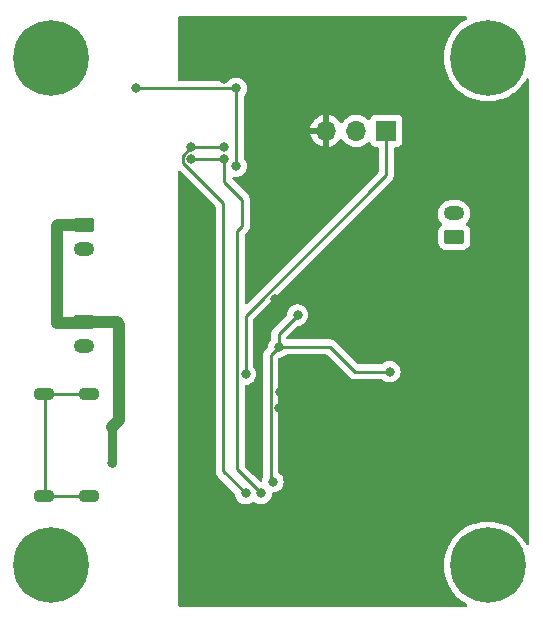
<source format=gbr>
%TF.GenerationSoftware,KiCad,Pcbnew,(6.0.4-0)*%
%TF.CreationDate,2023-08-08T15:54:36-06:00*%
%TF.ProjectId,TPS61165-heater-v8,54505336-3131-4363-952d-686561746572,rev?*%
%TF.SameCoordinates,Original*%
%TF.FileFunction,Copper,L2,Bot*%
%TF.FilePolarity,Positive*%
%FSLAX46Y46*%
G04 Gerber Fmt 4.6, Leading zero omitted, Abs format (unit mm)*
G04 Created by KiCad (PCBNEW (6.0.4-0)) date 2023-08-08 15:54:36*
%MOMM*%
%LPD*%
G01*
G04 APERTURE LIST*
G04 Aperture macros list*
%AMRoundRect*
0 Rectangle with rounded corners*
0 $1 Rounding radius*
0 $2 $3 $4 $5 $6 $7 $8 $9 X,Y pos of 4 corners*
0 Add a 4 corners polygon primitive as box body*
4,1,4,$2,$3,$4,$5,$6,$7,$8,$9,$2,$3,0*
0 Add four circle primitives for the rounded corners*
1,1,$1+$1,$2,$3*
1,1,$1+$1,$4,$5*
1,1,$1+$1,$6,$7*
1,1,$1+$1,$8,$9*
0 Add four rect primitives between the rounded corners*
20,1,$1+$1,$2,$3,$4,$5,0*
20,1,$1+$1,$4,$5,$6,$7,0*
20,1,$1+$1,$6,$7,$8,$9,0*
20,1,$1+$1,$8,$9,$2,$3,0*%
G04 Aperture macros list end*
%TA.AperFunction,ComponentPad*%
%ADD10RoundRect,0.250000X-0.625000X0.350000X-0.625000X-0.350000X0.625000X-0.350000X0.625000X0.350000X0*%
%TD*%
%TA.AperFunction,ComponentPad*%
%ADD11O,1.750000X1.200000*%
%TD*%
%TA.AperFunction,ComponentPad*%
%ADD12RoundRect,0.250000X0.625000X-0.350000X0.625000X0.350000X-0.625000X0.350000X-0.625000X-0.350000X0*%
%TD*%
%TA.AperFunction,ComponentPad*%
%ADD13O,1.800000X1.100000*%
%TD*%
%TA.AperFunction,ComponentPad*%
%ADD14R,1.700000X1.700000*%
%TD*%
%TA.AperFunction,ComponentPad*%
%ADD15O,1.700000X1.700000*%
%TD*%
%TA.AperFunction,ConnectorPad*%
%ADD16C,6.400000*%
%TD*%
%TA.AperFunction,ComponentPad*%
%ADD17C,3.600000*%
%TD*%
%TA.AperFunction,ViaPad*%
%ADD18C,0.800000*%
%TD*%
%TA.AperFunction,Conductor*%
%ADD19C,0.250000*%
%TD*%
%TA.AperFunction,Conductor*%
%ADD20C,1.000000*%
%TD*%
%TA.AperFunction,Conductor*%
%ADD21C,0.800000*%
%TD*%
G04 APERTURE END LIST*
D10*
%TO.P,J2,1,+*%
%TO.N,Net-(FL1-Pad2)*%
X121800000Y-73400000D03*
D11*
%TO.P,J2,2,-*%
%TO.N,Net-(FL1-Pad1)*%
X121800000Y-75400000D03*
%TD*%
D12*
%TO.P,J5,1,+*%
%TO.N,Net-(J5-Pad1)*%
X153150000Y-66200000D03*
D11*
%TO.P,J5,2,-*%
%TO.N,Net-(D3-Pad2)*%
X153150000Y-64200000D03*
%TD*%
D13*
%TO.P,J1,0,SHIELD*%
%TO.N,unconnected-(J1-Pad0)*%
X122214000Y-88120000D03*
X118414000Y-88120000D03*
X122214000Y-79480000D03*
X118414000Y-79480000D03*
%TD*%
D14*
%TO.P,J4,1,Pin_1*%
%TO.N,Net-(J4-Pad1)*%
X147400000Y-57200000D03*
D15*
%TO.P,J4,2,Pin_2*%
%TO.N,Net-(J4-Pad2)*%
X144860000Y-57200000D03*
%TO.P,J4,3,Pin_3*%
%TO.N,GND*%
X142320000Y-57200000D03*
%TD*%
D10*
%TO.P,J3,1,+*%
%TO.N,Net-(FL1-Pad2)*%
X121800000Y-65200000D03*
D11*
%TO.P,J3,2,-*%
%TO.N,Net-(FL1-Pad1)*%
X121800000Y-67200000D03*
%TD*%
D16*
%TO.P,H4,1*%
%TO.N,N/C*%
X119000000Y-94000000D03*
D17*
X119000000Y-94000000D03*
%TD*%
%TO.P,H3,1*%
%TO.N,N/C*%
X156000000Y-94000000D03*
D16*
X156000000Y-94000000D03*
%TD*%
D17*
%TO.P,H2,1*%
%TO.N,N/C*%
X156000000Y-51000000D03*
D16*
X156000000Y-51000000D03*
%TD*%
D17*
%TO.P,H1,1*%
%TO.N,N/C*%
X119000000Y-51000000D03*
D16*
X119000000Y-51000000D03*
%TD*%
D18*
%TO.N,/fram/Vcc*%
X137800000Y-86900000D03*
%TO.N,Net-(FL1-Pad2)*%
X124200000Y-82300000D03*
X124180000Y-85320000D03*
%TO.N,/sda*%
X136800000Y-87900000D03*
%TO.N,/scl*%
X135500000Y-87900000D03*
%TO.N,GND*%
X147900000Y-83800000D03*
X152700000Y-83600000D03*
X148300000Y-87900000D03*
X147900000Y-83000000D03*
X149500000Y-88800000D03*
X147900000Y-82200000D03*
X147900000Y-84600000D03*
X141700000Y-79300000D03*
X138300000Y-67025000D03*
X138400000Y-79300000D03*
X141700000Y-78000000D03*
X133700000Y-52800000D03*
X138350000Y-80650000D03*
X138000000Y-71400000D03*
X141700000Y-71500000D03*
%TO.N,Net-(J4-Pad1)*%
X135500000Y-77800000D03*
%TO.N,/fram/Vcc*%
X147700000Y-77600000D03*
X139900000Y-72800000D03*
X134700000Y-60200000D03*
X134700000Y-53600000D03*
X126200000Y-53600000D03*
X138300000Y-75500000D03*
%TO.N,/scl*%
X130900000Y-58600000D03*
X133700000Y-58600000D03*
%TO.N,/sda*%
X133700000Y-59600000D03*
X130900000Y-59600000D03*
%TD*%
D19*
%TO.N,/fram/Vcc*%
X137625489Y-76174511D02*
X138300000Y-75500000D01*
X137625489Y-86725489D02*
X137625489Y-76174511D01*
X137800000Y-86900000D02*
X137625489Y-86725489D01*
%TO.N,/scl*%
X133600000Y-86000000D02*
X135500000Y-87900000D01*
D20*
%TO.N,Net-(FL1-Pad2)*%
X121800000Y-73400000D02*
X124600000Y-73400000D01*
X121800000Y-65200000D02*
X119600000Y-65200000D01*
X119500000Y-73500000D02*
X121700000Y-73500000D01*
X124800000Y-73600000D02*
X124800000Y-81700000D01*
X124600000Y-73400000D02*
X124800000Y-73600000D01*
X119500000Y-65300000D02*
X119500000Y-73500000D01*
X124800000Y-81700000D02*
X124200000Y-82300000D01*
X119600000Y-65200000D02*
X119500000Y-65300000D01*
D21*
X124200000Y-85300000D02*
X124180000Y-85320000D01*
X124200000Y-82300000D02*
X124200000Y-85300000D01*
D19*
%TO.N,/scl*%
X133600000Y-86000000D02*
X133600000Y-63300000D01*
X133600000Y-63300000D02*
X133575386Y-63300000D01*
X130175489Y-59299897D02*
X130875386Y-58600000D01*
X133575386Y-63300000D02*
X130175489Y-59900103D01*
X130175489Y-59900103D02*
X130175489Y-59299897D01*
%TO.N,/sda*%
X135225009Y-63025009D02*
X133700000Y-61500000D01*
X133700000Y-61500000D02*
X133700000Y-59600000D01*
X134775489Y-65711207D02*
X135225009Y-65261687D01*
X135225009Y-65261687D02*
X135225009Y-63025009D01*
X134775489Y-85875489D02*
X134775489Y-65711207D01*
X136800000Y-87900000D02*
X134775489Y-85875489D01*
%TO.N,/scl*%
X130875386Y-58600000D02*
X130900000Y-58600000D01*
%TO.N,unconnected-(J1-Pad0)*%
X122325000Y-88120000D02*
X118525000Y-88120000D01*
X122325000Y-79480000D02*
X118525000Y-79480000D01*
X118525000Y-88120000D02*
X118525000Y-79480000D01*
%TO.N,Net-(J4-Pad1)*%
X147400000Y-60975386D02*
X147400000Y-57200000D01*
X135500000Y-72875386D02*
X147400000Y-60975386D01*
X135500000Y-77800000D02*
X135500000Y-72875386D01*
%TO.N,/fram/Vcc*%
X142626998Y-75500000D02*
X138300000Y-75500000D01*
X144726998Y-77600000D02*
X142626998Y-75500000D01*
X134700000Y-60200000D02*
X134700000Y-53600000D01*
X147700000Y-77600000D02*
X144726998Y-77600000D01*
X138300000Y-75500000D02*
X138300000Y-74400000D01*
X138300000Y-74400000D02*
X139900000Y-72800000D01*
X134700000Y-53600000D02*
X126200000Y-53600000D01*
%TO.N,/scl*%
X130900000Y-58600000D02*
X133700000Y-58600000D01*
%TO.N,/sda*%
X130900000Y-59600000D02*
X133700000Y-59600000D01*
%TD*%
%TA.AperFunction,Conductor*%
%TO.N,GND*%
G36*
X154227076Y-47528502D02*
G01*
X154273569Y-47582158D01*
X154283673Y-47652432D01*
X154254179Y-47717012D01*
X154216158Y-47746767D01*
X154146147Y-47782439D01*
X154146140Y-47782443D01*
X154143206Y-47783938D01*
X153817207Y-47995643D01*
X153515124Y-48240266D01*
X153240266Y-48515124D01*
X152995643Y-48817207D01*
X152783938Y-49143206D01*
X152782443Y-49146140D01*
X152782439Y-49146147D01*
X152712366Y-49283673D01*
X152607468Y-49489547D01*
X152468167Y-49852438D01*
X152367562Y-50227901D01*
X152306754Y-50611824D01*
X152286411Y-51000000D01*
X152306754Y-51388176D01*
X152367562Y-51772099D01*
X152468167Y-52147562D01*
X152607468Y-52510453D01*
X152608966Y-52513393D01*
X152759526Y-52808882D01*
X152783938Y-52856794D01*
X152785734Y-52859560D01*
X152785736Y-52859563D01*
X152993848Y-53180029D01*
X152995643Y-53182793D01*
X152997718Y-53185355D01*
X153179691Y-53410072D01*
X153240266Y-53484876D01*
X153515124Y-53759734D01*
X153517682Y-53761806D01*
X153517686Y-53761809D01*
X153552410Y-53789928D01*
X153817207Y-54004357D01*
X153819970Y-54006152D01*
X153819971Y-54006152D01*
X154108763Y-54193695D01*
X154143205Y-54216062D01*
X154146139Y-54217557D01*
X154146146Y-54217561D01*
X154312896Y-54302524D01*
X154489547Y-54392532D01*
X154852438Y-54531833D01*
X155227901Y-54632438D01*
X155431793Y-54664732D01*
X155608576Y-54692732D01*
X155608584Y-54692733D01*
X155611824Y-54693246D01*
X156000000Y-54713589D01*
X156388176Y-54693246D01*
X156391416Y-54692733D01*
X156391424Y-54692732D01*
X156568207Y-54664732D01*
X156772099Y-54632438D01*
X157147562Y-54531833D01*
X157510453Y-54392532D01*
X157687104Y-54302524D01*
X157853854Y-54217561D01*
X157853861Y-54217557D01*
X157856795Y-54216062D01*
X157891238Y-54193695D01*
X158180029Y-54006152D01*
X158180030Y-54006152D01*
X158182793Y-54004357D01*
X158447590Y-53789928D01*
X158482314Y-53761809D01*
X158482318Y-53761806D01*
X158484876Y-53759734D01*
X158759734Y-53484876D01*
X158820310Y-53410072D01*
X159002282Y-53185355D01*
X159004357Y-53182793D01*
X159006152Y-53180029D01*
X159214264Y-52859563D01*
X159214266Y-52859560D01*
X159216062Y-52856794D01*
X159240475Y-52808882D01*
X159253233Y-52783842D01*
X159301981Y-52732227D01*
X159370896Y-52715161D01*
X159438098Y-52738062D01*
X159482250Y-52793659D01*
X159491500Y-52841045D01*
X159491500Y-92158955D01*
X159471498Y-92227076D01*
X159417842Y-92273569D01*
X159347568Y-92283673D01*
X159282988Y-92254179D01*
X159253233Y-92216158D01*
X159217561Y-92146147D01*
X159217557Y-92146140D01*
X159216062Y-92143206D01*
X159004357Y-91817207D01*
X158759734Y-91515124D01*
X158484876Y-91240266D01*
X158182793Y-90995643D01*
X157856795Y-90783938D01*
X157853861Y-90782443D01*
X157853854Y-90782439D01*
X157513393Y-90608966D01*
X157510453Y-90607468D01*
X157147562Y-90468167D01*
X156772099Y-90367562D01*
X156568207Y-90335268D01*
X156391424Y-90307268D01*
X156391416Y-90307267D01*
X156388176Y-90306754D01*
X156000000Y-90286411D01*
X155611824Y-90306754D01*
X155608584Y-90307267D01*
X155608576Y-90307268D01*
X155431793Y-90335268D01*
X155227901Y-90367562D01*
X154852438Y-90468167D01*
X154489547Y-90607468D01*
X154486607Y-90608966D01*
X154146147Y-90782439D01*
X154146140Y-90782443D01*
X154143206Y-90783938D01*
X153817207Y-90995643D01*
X153515124Y-91240266D01*
X153240266Y-91515124D01*
X152995643Y-91817207D01*
X152783938Y-92143206D01*
X152782443Y-92146140D01*
X152782439Y-92146147D01*
X152712366Y-92283673D01*
X152607468Y-92489547D01*
X152468167Y-92852438D01*
X152367562Y-93227901D01*
X152306754Y-93611824D01*
X152286411Y-94000000D01*
X152306754Y-94388176D01*
X152367562Y-94772099D01*
X152468167Y-95147562D01*
X152607468Y-95510453D01*
X152608966Y-95513393D01*
X152720468Y-95732227D01*
X152783938Y-95856794D01*
X152995643Y-96182793D01*
X153240266Y-96484876D01*
X153515124Y-96759734D01*
X153817207Y-97004357D01*
X154143205Y-97216062D01*
X154146139Y-97217557D01*
X154146146Y-97217561D01*
X154216157Y-97253233D01*
X154267772Y-97301981D01*
X154284838Y-97370896D01*
X154261937Y-97438098D01*
X154206340Y-97482250D01*
X154158954Y-97491500D01*
X129905712Y-97491500D01*
X129837591Y-97471498D01*
X129791098Y-97417842D01*
X129779712Y-97365470D01*
X129779717Y-97347568D01*
X129785858Y-71766302D01*
X129788512Y-60713190D01*
X129808530Y-60645074D01*
X129862197Y-60598594D01*
X129932474Y-60588507D01*
X129997047Y-60618015D01*
X130003607Y-60624125D01*
X132929595Y-63550113D01*
X132963621Y-63612425D01*
X132966500Y-63639208D01*
X132966500Y-85921233D01*
X132965973Y-85932416D01*
X132964298Y-85939909D01*
X132964547Y-85947835D01*
X132964547Y-85947836D01*
X132966438Y-86007986D01*
X132966500Y-86011945D01*
X132966500Y-86039856D01*
X132966997Y-86043790D01*
X132966997Y-86043791D01*
X132967005Y-86043856D01*
X132967938Y-86055693D01*
X132969327Y-86099889D01*
X132972412Y-86110507D01*
X132974978Y-86119339D01*
X132978987Y-86138700D01*
X132981526Y-86158797D01*
X132984445Y-86166168D01*
X132984445Y-86166170D01*
X132997804Y-86199912D01*
X133001649Y-86211142D01*
X133013982Y-86253593D01*
X133018015Y-86260412D01*
X133018017Y-86260417D01*
X133024293Y-86271028D01*
X133032988Y-86288776D01*
X133040448Y-86307617D01*
X133045110Y-86314033D01*
X133045110Y-86314034D01*
X133066436Y-86343387D01*
X133072952Y-86353307D01*
X133078718Y-86363056D01*
X133095458Y-86391362D01*
X133109779Y-86405683D01*
X133122619Y-86420716D01*
X133134528Y-86437107D01*
X133140634Y-86442158D01*
X133168605Y-86465298D01*
X133177384Y-86473288D01*
X134552878Y-87848783D01*
X134586904Y-87911095D01*
X134589093Y-87924706D01*
X134606458Y-88089928D01*
X134665473Y-88271556D01*
X134760960Y-88436944D01*
X134888747Y-88578866D01*
X135043248Y-88691118D01*
X135049276Y-88693802D01*
X135049278Y-88693803D01*
X135211681Y-88766109D01*
X135217712Y-88768794D01*
X135311112Y-88788647D01*
X135398056Y-88807128D01*
X135398061Y-88807128D01*
X135404513Y-88808500D01*
X135595487Y-88808500D01*
X135601939Y-88807128D01*
X135601944Y-88807128D01*
X135688887Y-88788647D01*
X135782288Y-88768794D01*
X135788319Y-88766109D01*
X135950722Y-88693803D01*
X135950724Y-88693802D01*
X135956752Y-88691118D01*
X136075940Y-88604523D01*
X136142806Y-88580665D01*
X136211958Y-88596745D01*
X136224058Y-88604521D01*
X136343248Y-88691118D01*
X136349276Y-88693802D01*
X136349278Y-88693803D01*
X136511681Y-88766109D01*
X136517712Y-88768794D01*
X136611112Y-88788647D01*
X136698056Y-88807128D01*
X136698061Y-88807128D01*
X136704513Y-88808500D01*
X136895487Y-88808500D01*
X136901939Y-88807128D01*
X136901944Y-88807128D01*
X136988887Y-88788647D01*
X137082288Y-88768794D01*
X137088319Y-88766109D01*
X137250722Y-88693803D01*
X137250724Y-88693802D01*
X137256752Y-88691118D01*
X137411253Y-88578866D01*
X137539040Y-88436944D01*
X137634527Y-88271556D01*
X137693542Y-88089928D01*
X137711262Y-87921329D01*
X137738275Y-87855673D01*
X137796497Y-87815043D01*
X137836572Y-87808500D01*
X137895487Y-87808500D01*
X137901939Y-87807128D01*
X137901944Y-87807128D01*
X137988888Y-87788647D01*
X138082288Y-87768794D01*
X138088319Y-87766109D01*
X138250722Y-87693803D01*
X138250724Y-87693802D01*
X138256752Y-87691118D01*
X138411253Y-87578866D01*
X138539040Y-87436944D01*
X138634527Y-87271556D01*
X138693542Y-87089928D01*
X138713504Y-86900000D01*
X138693542Y-86710072D01*
X138634527Y-86528444D01*
X138539040Y-86363056D01*
X138525657Y-86348192D01*
X138415675Y-86226045D01*
X138415674Y-86226044D01*
X138411253Y-86221134D01*
X138310928Y-86148243D01*
X138267574Y-86092020D01*
X138258989Y-86046307D01*
X138258989Y-76534500D01*
X138278991Y-76466379D01*
X138332647Y-76419886D01*
X138384989Y-76408500D01*
X138395487Y-76408500D01*
X138401939Y-76407128D01*
X138401944Y-76407128D01*
X138488887Y-76388647D01*
X138582288Y-76368794D01*
X138588319Y-76366109D01*
X138750722Y-76293803D01*
X138750724Y-76293802D01*
X138756752Y-76291118D01*
X138911253Y-76178866D01*
X138915668Y-76173963D01*
X138920580Y-76169540D01*
X138921705Y-76170789D01*
X138975014Y-76137949D01*
X139008200Y-76133500D01*
X142312404Y-76133500D01*
X142380525Y-76153502D01*
X142401499Y-76170405D01*
X144223341Y-77992247D01*
X144230885Y-78000537D01*
X144234998Y-78007018D01*
X144240775Y-78012443D01*
X144284665Y-78053658D01*
X144287507Y-78056413D01*
X144307228Y-78076134D01*
X144310423Y-78078612D01*
X144319445Y-78086318D01*
X144351677Y-78116586D01*
X144358626Y-78120406D01*
X144369430Y-78126346D01*
X144385954Y-78137199D01*
X144401957Y-78149613D01*
X144442541Y-78167176D01*
X144453171Y-78172383D01*
X144491938Y-78193695D01*
X144499615Y-78195666D01*
X144499620Y-78195668D01*
X144511556Y-78198732D01*
X144530264Y-78205137D01*
X144548853Y-78213181D01*
X144556678Y-78214420D01*
X144556680Y-78214421D01*
X144592517Y-78220097D01*
X144604138Y-78222504D01*
X144639287Y-78231528D01*
X144646968Y-78233500D01*
X144667229Y-78233500D01*
X144686938Y-78235051D01*
X144706941Y-78238219D01*
X144714833Y-78237473D01*
X144720060Y-78236979D01*
X144750952Y-78234059D01*
X144762809Y-78233500D01*
X146991800Y-78233500D01*
X147059921Y-78253502D01*
X147079147Y-78269843D01*
X147079420Y-78269540D01*
X147084332Y-78273963D01*
X147088747Y-78278866D01*
X147243248Y-78391118D01*
X147249276Y-78393802D01*
X147249278Y-78393803D01*
X147411681Y-78466109D01*
X147417712Y-78468794D01*
X147483365Y-78482749D01*
X147598056Y-78507128D01*
X147598061Y-78507128D01*
X147604513Y-78508500D01*
X147795487Y-78508500D01*
X147801939Y-78507128D01*
X147801944Y-78507128D01*
X147916635Y-78482749D01*
X147982288Y-78468794D01*
X147988319Y-78466109D01*
X148150722Y-78393803D01*
X148150724Y-78393802D01*
X148156752Y-78391118D01*
X148311253Y-78278866D01*
X148347852Y-78238219D01*
X148434621Y-78141852D01*
X148434622Y-78141851D01*
X148439040Y-78136944D01*
X148514053Y-78007018D01*
X148531223Y-77977279D01*
X148531224Y-77977278D01*
X148534527Y-77971556D01*
X148593542Y-77789928D01*
X148613504Y-77600000D01*
X148595473Y-77428444D01*
X148594232Y-77416635D01*
X148594232Y-77416633D01*
X148593542Y-77410072D01*
X148534527Y-77228444D01*
X148439040Y-77063056D01*
X148311253Y-76921134D01*
X148156752Y-76808882D01*
X148150724Y-76806198D01*
X148150722Y-76806197D01*
X147988319Y-76733891D01*
X147988318Y-76733891D01*
X147982288Y-76731206D01*
X147888887Y-76711353D01*
X147801944Y-76692872D01*
X147801939Y-76692872D01*
X147795487Y-76691500D01*
X147604513Y-76691500D01*
X147598061Y-76692872D01*
X147598056Y-76692872D01*
X147511113Y-76711353D01*
X147417712Y-76731206D01*
X147411682Y-76733891D01*
X147411681Y-76733891D01*
X147249278Y-76806197D01*
X147249276Y-76806198D01*
X147243248Y-76808882D01*
X147088747Y-76921134D01*
X147084332Y-76926037D01*
X147079420Y-76930460D01*
X147078295Y-76929211D01*
X147024986Y-76962051D01*
X146991800Y-76966500D01*
X145041593Y-76966500D01*
X144973472Y-76946498D01*
X144952498Y-76929595D01*
X143130650Y-75107747D01*
X143123110Y-75099461D01*
X143118998Y-75092982D01*
X143069346Y-75046356D01*
X143066505Y-75043602D01*
X143046768Y-75023865D01*
X143043571Y-75021385D01*
X143034549Y-75013680D01*
X143008098Y-74988841D01*
X143002319Y-74983414D01*
X142995373Y-74979595D01*
X142995370Y-74979593D01*
X142984564Y-74973652D01*
X142968045Y-74962801D01*
X142967581Y-74962441D01*
X142952039Y-74950386D01*
X142944770Y-74947241D01*
X142944766Y-74947238D01*
X142911461Y-74932826D01*
X142900811Y-74927609D01*
X142862058Y-74906305D01*
X142842435Y-74901267D01*
X142823732Y-74894863D01*
X142812418Y-74889967D01*
X142812417Y-74889967D01*
X142805143Y-74886819D01*
X142797320Y-74885580D01*
X142797310Y-74885577D01*
X142761474Y-74879901D01*
X142749854Y-74877495D01*
X142714709Y-74868472D01*
X142714708Y-74868472D01*
X142707028Y-74866500D01*
X142686774Y-74866500D01*
X142667063Y-74864949D01*
X142654884Y-74863020D01*
X142647055Y-74861780D01*
X142639163Y-74862526D01*
X142603037Y-74865941D01*
X142591179Y-74866500D01*
X139059500Y-74866500D01*
X138991379Y-74846498D01*
X138944886Y-74792842D01*
X138933500Y-74740500D01*
X138933500Y-74714594D01*
X138953502Y-74646473D01*
X138970405Y-74625499D01*
X139850499Y-73745405D01*
X139912811Y-73711379D01*
X139939594Y-73708500D01*
X139995487Y-73708500D01*
X140001939Y-73707128D01*
X140001944Y-73707128D01*
X140088888Y-73688647D01*
X140182288Y-73668794D01*
X140188319Y-73666109D01*
X140350722Y-73593803D01*
X140350724Y-73593802D01*
X140356752Y-73591118D01*
X140511253Y-73478866D01*
X140639040Y-73336944D01*
X140734527Y-73171556D01*
X140793542Y-72989928D01*
X140813504Y-72800000D01*
X140793542Y-72610072D01*
X140734527Y-72428444D01*
X140639040Y-72263056D01*
X140511253Y-72121134D01*
X140356752Y-72008882D01*
X140350724Y-72006198D01*
X140350722Y-72006197D01*
X140188319Y-71933891D01*
X140188318Y-71933891D01*
X140182288Y-71931206D01*
X140088887Y-71911353D01*
X140001944Y-71892872D01*
X140001939Y-71892872D01*
X139995487Y-71891500D01*
X139804513Y-71891500D01*
X139798061Y-71892872D01*
X139798056Y-71892872D01*
X139711113Y-71911353D01*
X139617712Y-71931206D01*
X139611682Y-71933891D01*
X139611681Y-71933891D01*
X139449278Y-72006197D01*
X139449276Y-72006198D01*
X139443248Y-72008882D01*
X139288747Y-72121134D01*
X139160960Y-72263056D01*
X139065473Y-72428444D01*
X139006458Y-72610072D01*
X139005768Y-72616633D01*
X139005768Y-72616635D01*
X138989093Y-72775293D01*
X138962080Y-72840950D01*
X138952878Y-72851218D01*
X137907747Y-73896348D01*
X137899461Y-73903888D01*
X137892982Y-73908000D01*
X137887557Y-73913777D01*
X137846357Y-73957651D01*
X137843602Y-73960493D01*
X137823865Y-73980230D01*
X137821385Y-73983427D01*
X137813682Y-73992447D01*
X137783414Y-74024679D01*
X137779595Y-74031625D01*
X137779593Y-74031628D01*
X137773652Y-74042434D01*
X137762801Y-74058953D01*
X137750386Y-74074959D01*
X137747241Y-74082228D01*
X137747238Y-74082232D01*
X137732826Y-74115537D01*
X137727609Y-74126187D01*
X137706305Y-74164940D01*
X137704334Y-74172615D01*
X137704334Y-74172616D01*
X137701267Y-74184562D01*
X137694863Y-74203266D01*
X137686819Y-74221855D01*
X137685580Y-74229678D01*
X137685577Y-74229688D01*
X137679901Y-74265524D01*
X137677495Y-74277144D01*
X137666500Y-74319970D01*
X137666500Y-74340224D01*
X137664949Y-74359934D01*
X137661780Y-74379943D01*
X137662526Y-74387835D01*
X137665941Y-74423961D01*
X137666500Y-74435819D01*
X137666500Y-74797476D01*
X137646498Y-74865597D01*
X137634142Y-74881779D01*
X137560960Y-74963056D01*
X137465473Y-75128444D01*
X137406458Y-75310072D01*
X137405768Y-75316633D01*
X137405768Y-75316635D01*
X137389093Y-75475292D01*
X137362080Y-75540949D01*
X137352878Y-75551217D01*
X137233236Y-75670859D01*
X137224950Y-75678399D01*
X137218471Y-75682511D01*
X137213046Y-75688288D01*
X137171846Y-75732162D01*
X137169091Y-75735004D01*
X137149354Y-75754741D01*
X137146874Y-75757938D01*
X137139171Y-75766958D01*
X137108903Y-75799190D01*
X137105084Y-75806136D01*
X137105082Y-75806139D01*
X137099141Y-75816945D01*
X137088290Y-75833464D01*
X137075875Y-75849470D01*
X137072730Y-75856739D01*
X137072727Y-75856743D01*
X137058315Y-75890048D01*
X137053098Y-75900698D01*
X137031794Y-75939451D01*
X137029823Y-75947126D01*
X137029823Y-75947127D01*
X137026756Y-75959073D01*
X137020352Y-75977777D01*
X137012308Y-75996366D01*
X137011069Y-76004189D01*
X137011066Y-76004199D01*
X137005390Y-76040035D01*
X137002984Y-76051655D01*
X136991989Y-76094481D01*
X136991989Y-76114735D01*
X136990438Y-76134445D01*
X136987269Y-76154454D01*
X136988015Y-76162346D01*
X136991430Y-76198472D01*
X136991989Y-76210330D01*
X136991989Y-86448756D01*
X136975109Y-86511755D01*
X136965473Y-86528444D01*
X136906458Y-86710072D01*
X136905768Y-86716633D01*
X136905768Y-86716635D01*
X136895982Y-86809748D01*
X136868969Y-86875405D01*
X136810748Y-86916035D01*
X136739802Y-86918738D01*
X136681577Y-86885673D01*
X136096151Y-86300246D01*
X135445894Y-85649989D01*
X135411868Y-85587677D01*
X135408989Y-85560894D01*
X135408989Y-78834500D01*
X135428991Y-78766379D01*
X135482647Y-78719886D01*
X135534989Y-78708500D01*
X135595487Y-78708500D01*
X135601939Y-78707128D01*
X135601944Y-78707128D01*
X135688888Y-78688647D01*
X135782288Y-78668794D01*
X135788319Y-78666109D01*
X135950722Y-78593803D01*
X135950724Y-78593802D01*
X135956752Y-78591118D01*
X136111253Y-78478866D01*
X136120322Y-78468794D01*
X136234621Y-78341852D01*
X136234622Y-78341851D01*
X136239040Y-78336944D01*
X136334527Y-78171556D01*
X136393542Y-77989928D01*
X136394872Y-77977279D01*
X136412814Y-77806565D01*
X136413504Y-77800000D01*
X136393542Y-77610072D01*
X136334527Y-77428444D01*
X136239040Y-77263056D01*
X136165863Y-77181785D01*
X136135147Y-77117779D01*
X136133500Y-77097476D01*
X136133500Y-73189980D01*
X136153502Y-73121859D01*
X136170405Y-73100885D01*
X145125686Y-64145604D01*
X151762787Y-64145604D01*
X151772567Y-64356899D01*
X151822125Y-64562534D01*
X151824607Y-64567992D01*
X151824608Y-64567996D01*
X151868053Y-64663546D01*
X151909674Y-64755087D01*
X152032054Y-64927611D01*
X152036381Y-64931753D01*
X152036386Y-64931759D01*
X152127317Y-65018806D01*
X152162694Y-65080361D01*
X152159175Y-65151270D01*
X152117879Y-65209021D01*
X152106496Y-65216965D01*
X152050652Y-65251522D01*
X151925695Y-65376697D01*
X151921855Y-65382927D01*
X151921854Y-65382928D01*
X151863788Y-65477129D01*
X151832885Y-65527262D01*
X151813161Y-65586728D01*
X151780812Y-65684259D01*
X151777203Y-65695139D01*
X151766500Y-65799600D01*
X151766500Y-66600400D01*
X151777474Y-66706166D01*
X151833450Y-66873946D01*
X151926522Y-67024348D01*
X152051697Y-67149305D01*
X152057927Y-67153145D01*
X152057928Y-67153146D01*
X152195090Y-67237694D01*
X152202262Y-67242115D01*
X152282005Y-67268564D01*
X152363611Y-67295632D01*
X152363613Y-67295632D01*
X152370139Y-67297797D01*
X152376975Y-67298497D01*
X152376978Y-67298498D01*
X152420031Y-67302909D01*
X152474600Y-67308500D01*
X153825400Y-67308500D01*
X153828646Y-67308163D01*
X153828650Y-67308163D01*
X153924308Y-67298238D01*
X153924312Y-67298237D01*
X153931166Y-67297526D01*
X153937702Y-67295345D01*
X153937704Y-67295345D01*
X154069806Y-67251272D01*
X154098946Y-67241550D01*
X154249348Y-67148478D01*
X154374305Y-67023303D01*
X154467115Y-66872738D01*
X154522797Y-66704861D01*
X154533500Y-66600400D01*
X154533500Y-65799600D01*
X154529946Y-65765344D01*
X154523238Y-65700692D01*
X154523237Y-65700688D01*
X154522526Y-65693834D01*
X154515767Y-65673573D01*
X154468868Y-65533002D01*
X154466550Y-65526054D01*
X154373478Y-65375652D01*
X154248303Y-65250695D01*
X154227264Y-65237726D01*
X154196764Y-65218926D01*
X154149271Y-65166154D01*
X154137847Y-65096082D01*
X154166121Y-65030958D01*
X154185045Y-65012582D01*
X154192920Y-65006396D01*
X154196852Y-65001865D01*
X154196855Y-65001862D01*
X154327621Y-64851167D01*
X154331552Y-64846637D01*
X154334552Y-64841451D01*
X154334555Y-64841447D01*
X154434467Y-64668742D01*
X154437473Y-64663546D01*
X154506861Y-64463729D01*
X154537213Y-64254396D01*
X154527433Y-64043101D01*
X154477875Y-63837466D01*
X154434525Y-63742122D01*
X154392806Y-63650368D01*
X154390326Y-63644913D01*
X154267946Y-63472389D01*
X154115150Y-63326119D01*
X153937452Y-63211380D01*
X153851154Y-63176601D01*
X153746832Y-63134558D01*
X153746829Y-63134557D01*
X153741263Y-63132314D01*
X153533663Y-63091772D01*
X153528101Y-63091500D01*
X152822154Y-63091500D01*
X152664434Y-63106548D01*
X152461466Y-63166092D01*
X152456139Y-63168836D01*
X152456138Y-63168836D01*
X152278751Y-63260196D01*
X152278748Y-63260198D01*
X152273420Y-63262942D01*
X152107080Y-63393604D01*
X152103148Y-63398135D01*
X152103145Y-63398138D01*
X152034474Y-63477275D01*
X151968448Y-63553363D01*
X151965448Y-63558549D01*
X151965445Y-63558553D01*
X151918785Y-63639208D01*
X151862527Y-63736454D01*
X151793139Y-63936271D01*
X151762787Y-64145604D01*
X145125686Y-64145604D01*
X147792247Y-61479043D01*
X147800537Y-61471499D01*
X147807018Y-61467386D01*
X147853659Y-61417718D01*
X147856413Y-61414877D01*
X147876134Y-61395156D01*
X147878612Y-61391961D01*
X147886318Y-61382939D01*
X147911158Y-61356487D01*
X147916586Y-61350707D01*
X147926346Y-61332954D01*
X147937199Y-61316431D01*
X147944753Y-61306692D01*
X147949613Y-61300427D01*
X147967176Y-61259843D01*
X147972383Y-61249213D01*
X147993695Y-61210446D01*
X147995666Y-61202769D01*
X147995668Y-61202764D01*
X147998732Y-61190828D01*
X148005138Y-61172116D01*
X148010034Y-61160803D01*
X148013181Y-61153531D01*
X148019868Y-61111316D01*
X148020097Y-61109867D01*
X148022504Y-61098246D01*
X148031528Y-61063097D01*
X148031528Y-61063096D01*
X148033500Y-61055416D01*
X148033500Y-61035155D01*
X148035051Y-61015444D01*
X148036979Y-61003271D01*
X148038219Y-60995443D01*
X148034059Y-60951432D01*
X148033500Y-60939575D01*
X148033500Y-58684500D01*
X148053502Y-58616379D01*
X148107158Y-58569886D01*
X148159500Y-58558500D01*
X148298134Y-58558500D01*
X148360316Y-58551745D01*
X148496705Y-58500615D01*
X148613261Y-58413261D01*
X148700615Y-58296705D01*
X148751745Y-58160316D01*
X148758500Y-58098134D01*
X148758500Y-56301866D01*
X148751745Y-56239684D01*
X148700615Y-56103295D01*
X148613261Y-55986739D01*
X148496705Y-55899385D01*
X148360316Y-55848255D01*
X148298134Y-55841500D01*
X146501866Y-55841500D01*
X146439684Y-55848255D01*
X146303295Y-55899385D01*
X146186739Y-55986739D01*
X146099385Y-56103295D01*
X146096233Y-56111703D01*
X146054919Y-56221907D01*
X146012277Y-56278671D01*
X145945716Y-56303371D01*
X145876367Y-56288163D01*
X145843743Y-56262476D01*
X145793151Y-56206875D01*
X145793142Y-56206866D01*
X145789670Y-56203051D01*
X145785619Y-56199852D01*
X145785615Y-56199848D01*
X145618414Y-56067800D01*
X145618410Y-56067798D01*
X145614359Y-56064598D01*
X145578028Y-56044542D01*
X145562136Y-56035769D01*
X145418789Y-55956638D01*
X145413920Y-55954914D01*
X145413916Y-55954912D01*
X145213087Y-55883795D01*
X145213083Y-55883794D01*
X145208212Y-55882069D01*
X145203119Y-55881162D01*
X145203116Y-55881161D01*
X144993373Y-55843800D01*
X144993367Y-55843799D01*
X144988284Y-55842894D01*
X144914452Y-55841992D01*
X144770081Y-55840228D01*
X144770079Y-55840228D01*
X144764911Y-55840165D01*
X144544091Y-55873955D01*
X144331756Y-55943357D01*
X144133607Y-56046507D01*
X144129474Y-56049610D01*
X144129471Y-56049612D01*
X143959100Y-56177530D01*
X143954965Y-56180635D01*
X143929541Y-56207240D01*
X143861280Y-56278671D01*
X143800629Y-56342138D01*
X143797715Y-56346410D01*
X143797714Y-56346411D01*
X143692898Y-56500066D01*
X143637987Y-56545069D01*
X143567462Y-56553240D01*
X143503715Y-56521986D01*
X143483018Y-56497502D01*
X143402426Y-56372926D01*
X143396136Y-56364757D01*
X143252806Y-56207240D01*
X143245273Y-56200215D01*
X143078139Y-56068222D01*
X143069552Y-56062517D01*
X142883117Y-55959599D01*
X142873705Y-55955369D01*
X142672959Y-55884280D01*
X142662988Y-55881646D01*
X142591837Y-55868972D01*
X142578540Y-55870432D01*
X142574000Y-55884989D01*
X142574000Y-58518517D01*
X142578064Y-58532359D01*
X142591478Y-58534393D01*
X142598184Y-58533534D01*
X142608262Y-58531392D01*
X142812255Y-58470191D01*
X142821842Y-58466433D01*
X143013095Y-58372739D01*
X143021945Y-58367464D01*
X143195328Y-58243792D01*
X143203200Y-58237139D01*
X143354052Y-58086812D01*
X143360730Y-58078965D01*
X143488022Y-57901819D01*
X143489279Y-57902722D01*
X143536373Y-57859362D01*
X143606311Y-57847145D01*
X143671751Y-57874678D01*
X143699579Y-57906511D01*
X143759987Y-58005088D01*
X143906250Y-58173938D01*
X144078126Y-58316632D01*
X144271000Y-58429338D01*
X144479692Y-58509030D01*
X144484760Y-58510061D01*
X144484763Y-58510062D01*
X144579862Y-58529410D01*
X144698597Y-58553567D01*
X144703772Y-58553757D01*
X144703774Y-58553757D01*
X144916673Y-58561564D01*
X144916677Y-58561564D01*
X144921837Y-58561753D01*
X144926957Y-58561097D01*
X144926959Y-58561097D01*
X145138288Y-58534025D01*
X145138289Y-58534025D01*
X145143416Y-58533368D01*
X145148366Y-58531883D01*
X145352429Y-58470661D01*
X145352434Y-58470659D01*
X145357384Y-58469174D01*
X145557994Y-58370896D01*
X145739860Y-58241173D01*
X145848091Y-58133319D01*
X145910462Y-58099404D01*
X145981268Y-58104592D01*
X146038030Y-58147238D01*
X146055012Y-58178341D01*
X146073795Y-58228444D01*
X146099385Y-58296705D01*
X146186739Y-58413261D01*
X146303295Y-58500615D01*
X146439684Y-58551745D01*
X146501866Y-58558500D01*
X146640500Y-58558500D01*
X146708621Y-58578502D01*
X146755114Y-58632158D01*
X146766500Y-58684500D01*
X146766500Y-60660791D01*
X146746498Y-60728912D01*
X146729595Y-60749886D01*
X135624084Y-71855397D01*
X135561772Y-71889423D01*
X135490957Y-71884358D01*
X135434121Y-71841811D01*
X135409310Y-71775291D01*
X135408989Y-71766302D01*
X135408989Y-66025801D01*
X135428991Y-65957680D01*
X135445894Y-65936706D01*
X135617256Y-65765344D01*
X135625546Y-65757800D01*
X135632027Y-65753687D01*
X135678668Y-65704019D01*
X135681422Y-65701178D01*
X135701143Y-65681457D01*
X135703621Y-65678262D01*
X135711327Y-65669240D01*
X135736167Y-65642788D01*
X135741595Y-65637008D01*
X135751355Y-65619255D01*
X135762208Y-65602732D01*
X135769762Y-65592993D01*
X135774622Y-65586728D01*
X135792185Y-65546144D01*
X135797392Y-65535514D01*
X135818704Y-65496747D01*
X135820675Y-65489070D01*
X135820677Y-65489065D01*
X135823741Y-65477129D01*
X135830147Y-65458417D01*
X135835042Y-65447106D01*
X135838190Y-65439832D01*
X135839430Y-65432004D01*
X135839432Y-65431997D01*
X135845108Y-65396163D01*
X135847514Y-65384543D01*
X135856537Y-65349398D01*
X135856537Y-65349397D01*
X135858509Y-65341717D01*
X135858509Y-65321463D01*
X135860060Y-65301752D01*
X135861989Y-65289573D01*
X135863229Y-65281744D01*
X135859068Y-65237725D01*
X135858509Y-65225868D01*
X135858509Y-63103772D01*
X135859036Y-63092588D01*
X135860710Y-63085100D01*
X135858571Y-63017041D01*
X135858509Y-63013084D01*
X135858509Y-62985153D01*
X135858003Y-62981147D01*
X135857070Y-62969301D01*
X135855931Y-62933046D01*
X135855682Y-62925119D01*
X135850031Y-62905667D01*
X135846023Y-62886315D01*
X135844477Y-62874077D01*
X135844476Y-62874075D01*
X135843483Y-62866212D01*
X135827203Y-62825095D01*
X135823368Y-62813894D01*
X135811027Y-62771415D01*
X135806994Y-62764596D01*
X135806992Y-62764591D01*
X135800716Y-62753980D01*
X135792019Y-62736230D01*
X135784561Y-62717392D01*
X135758580Y-62681632D01*
X135752062Y-62671710D01*
X135733587Y-62640469D01*
X135733583Y-62640464D01*
X135729551Y-62633646D01*
X135715227Y-62619322D01*
X135702385Y-62604287D01*
X135690481Y-62587902D01*
X135656415Y-62559720D01*
X135647636Y-62551731D01*
X134397184Y-61301279D01*
X134363158Y-61238967D01*
X134368223Y-61168152D01*
X134410770Y-61111316D01*
X134477290Y-61086505D01*
X134512476Y-61088937D01*
X134598056Y-61107128D01*
X134598061Y-61107128D01*
X134604513Y-61108500D01*
X134795487Y-61108500D01*
X134801939Y-61107128D01*
X134801944Y-61107128D01*
X134888888Y-61088647D01*
X134982288Y-61068794D01*
X135057843Y-61035155D01*
X135150722Y-60993803D01*
X135150724Y-60993802D01*
X135156752Y-60991118D01*
X135311253Y-60878866D01*
X135439040Y-60736944D01*
X135534527Y-60571556D01*
X135593542Y-60389928D01*
X135601649Y-60312800D01*
X135612814Y-60206565D01*
X135613504Y-60200000D01*
X135593542Y-60010072D01*
X135534527Y-59828444D01*
X135439040Y-59663056D01*
X135365863Y-59581785D01*
X135335147Y-59517779D01*
X135333500Y-59497476D01*
X135333500Y-57467966D01*
X140988257Y-57467966D01*
X141018565Y-57602446D01*
X141021645Y-57612275D01*
X141101770Y-57809603D01*
X141106413Y-57818794D01*
X141217694Y-58000388D01*
X141223777Y-58008699D01*
X141363213Y-58169667D01*
X141370580Y-58176883D01*
X141534434Y-58312916D01*
X141542881Y-58318831D01*
X141726756Y-58426279D01*
X141736042Y-58430729D01*
X141935001Y-58506703D01*
X141944899Y-58509579D01*
X142048250Y-58530606D01*
X142062299Y-58529410D01*
X142066000Y-58519065D01*
X142066000Y-57472115D01*
X142061525Y-57456876D01*
X142060135Y-57455671D01*
X142052452Y-57454000D01*
X141003225Y-57454000D01*
X140989694Y-57457973D01*
X140988257Y-57467966D01*
X135333500Y-57467966D01*
X135333500Y-56934183D01*
X140984389Y-56934183D01*
X140985912Y-56942607D01*
X140998292Y-56946000D01*
X142047885Y-56946000D01*
X142063124Y-56941525D01*
X142064329Y-56940135D01*
X142066000Y-56932452D01*
X142066000Y-55883102D01*
X142062082Y-55869758D01*
X142047806Y-55867771D01*
X142009324Y-55873660D01*
X141999288Y-55876051D01*
X141796868Y-55942212D01*
X141787359Y-55946209D01*
X141598463Y-56044542D01*
X141589738Y-56050036D01*
X141419433Y-56177905D01*
X141411726Y-56184748D01*
X141264590Y-56338717D01*
X141258104Y-56346727D01*
X141138098Y-56522649D01*
X141133000Y-56531623D01*
X141043338Y-56724783D01*
X141039775Y-56734470D01*
X140984389Y-56934183D01*
X135333500Y-56934183D01*
X135333500Y-54302524D01*
X135353502Y-54234403D01*
X135365858Y-54218221D01*
X135439040Y-54136944D01*
X135534527Y-53971556D01*
X135593542Y-53789928D01*
X135596498Y-53761809D01*
X135612814Y-53606565D01*
X135613504Y-53600000D01*
X135593542Y-53410072D01*
X135534527Y-53228444D01*
X135439040Y-53063056D01*
X135311253Y-52921134D01*
X135156752Y-52808882D01*
X135150724Y-52806198D01*
X135150722Y-52806197D01*
X134988319Y-52733891D01*
X134988318Y-52733891D01*
X134982288Y-52731206D01*
X134888887Y-52711353D01*
X134801944Y-52692872D01*
X134801939Y-52692872D01*
X134795487Y-52691500D01*
X134604513Y-52691500D01*
X134598061Y-52692872D01*
X134598056Y-52692872D01*
X134511113Y-52711353D01*
X134417712Y-52731206D01*
X134411682Y-52733891D01*
X134411681Y-52733891D01*
X134249278Y-52806197D01*
X134249276Y-52806198D01*
X134243248Y-52808882D01*
X134237907Y-52812762D01*
X134237906Y-52812763D01*
X134181351Y-52853853D01*
X134088747Y-52921134D01*
X134084332Y-52926037D01*
X134079420Y-52930460D01*
X134078295Y-52929211D01*
X134024986Y-52962051D01*
X133991800Y-52966500D01*
X129916402Y-52966500D01*
X129848281Y-52946498D01*
X129801788Y-52892842D01*
X129790402Y-52840470D01*
X129791652Y-47634470D01*
X129811670Y-47566354D01*
X129865337Y-47519874D01*
X129917652Y-47508500D01*
X154158955Y-47508500D01*
X154227076Y-47528502D01*
G37*
%TD.AperFunction*%
%TD*%
M02*

</source>
